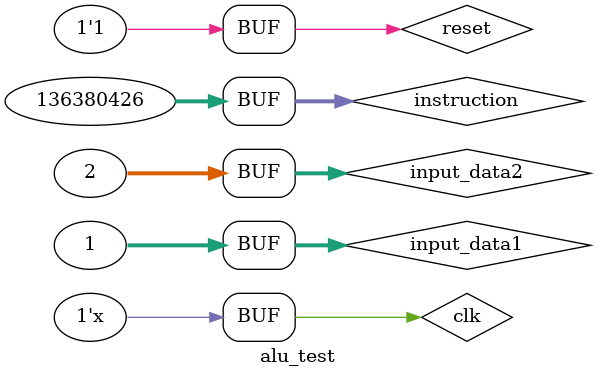
<source format=v>
`timescale 1ns / 1ps


module alu_test;

	// Inputs
	reg [31:0] instruction;
	reg [31:0] input_data1;
	reg [31:0] input_data2;
	reg clk;
	reg reset;

	// Outputs
	wire [31:0] output_result;

	// Instantiate the Unit Under Test (UUT)
	ALU uut (
		.instruction(instruction), 
		.input_data1(input_data1), 
		.input_data2(input_data2), 
		.clk(clk), 
		.reset(reset), 
		.output_result(output_result)
	);

	initial begin
		// Initialize Inputs
		instruction = 32'h00000000;
		input_data1 = 32'h00000001;
		input_data2 = 32'h00000002;
		clk = 0;
		reset = 1;	
		#10
		reset = 0;
		#100
		reset = 1;
		#120
		instruction = 32'b00000100001000100100000000000010;
		#140
		instruction = 32'b00000100001000100100000000000001;
		#160
		instruction = 32'b00010100000000000000000000000001;
		#180
		instruction = 32'b00001000001000010000000000001010;
	end
	
   always begin
		#5 clk = ~clk;   
	end
	
endmodule


</source>
